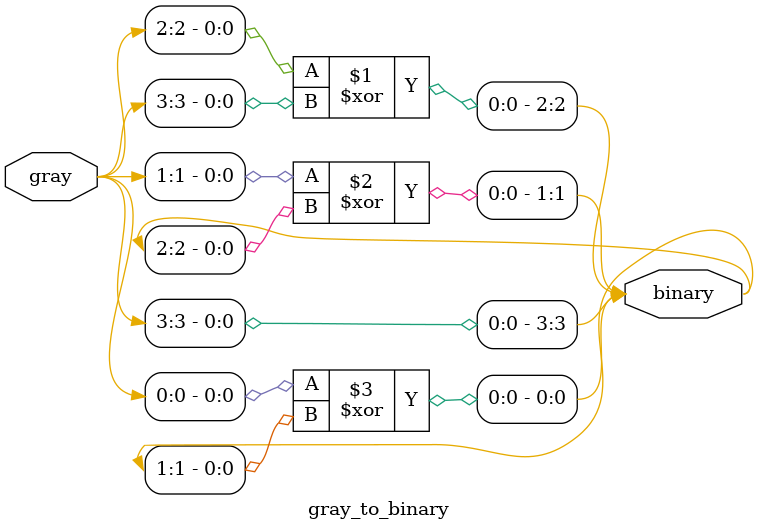
<source format=v>
module gray_to_binary (
     input [3:0] gray,
     output [3:0] binary 
);

     assign binary[3] = gray[3];
     assign binary[2] = gray[2] ^ binary[3];
     assign binary[1] = gray[1] ^ binary[2];
     assign binary[0] = gray[0] ^ binary[1];

endmodule

</source>
